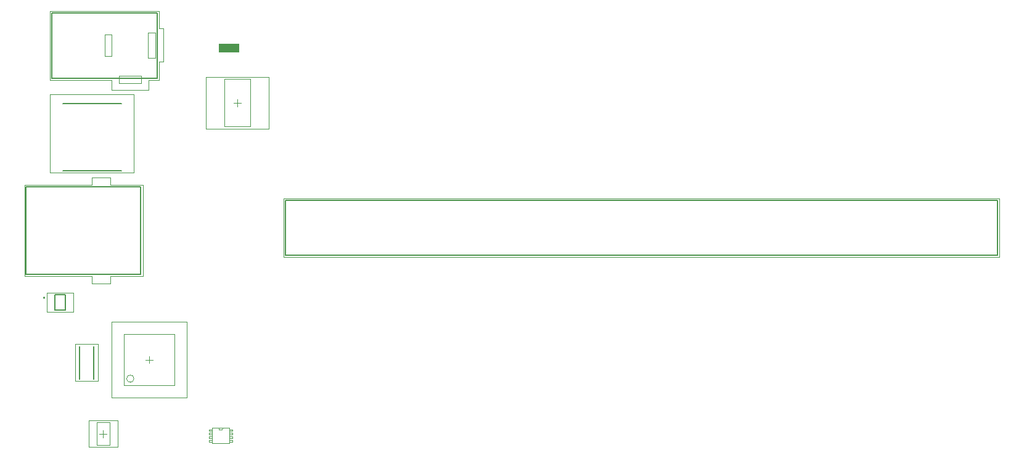
<source format=gm1>
G04*
G04 #@! TF.GenerationSoftware,Altium Limited,Altium Designer,19.1.7 (138)*
G04*
G04 Layer_Color=16711935*
%FSAX43Y43*%
%MOMM*%
G71*
G01*
G75*
%ADD14C,0.200*%
%ADD15C,0.000*%
%ADD16C,0.127*%
%ADD17C,0.100*%
%ADD19C,0.050*%
%ADD88C,0.000*%
G36*
X0055029Y0093056D02*
X0057829D01*
Y0091856D01*
X0055029D01*
Y0093056D01*
D02*
G37*
D14*
X0031112Y0058181D02*
G03*
X0031112Y0058181I-0000100J0000000D01*
G01*
D02*
G03*
X0031112Y0058181I-0000100J0000000D01*
G01*
D15*
X0054967Y0040284D02*
G03*
X0055577Y0040284I0000305J0000000D01*
G01*
X0054967D02*
G03*
X0055577Y0040284I0000305J0000000D01*
G01*
X0054078Y0038202D02*
Y0040284D01*
X0054967D01*
X0055577D01*
X0056466D01*
Y0038202D02*
Y0040284D01*
X0054078Y0038202D02*
X0056466D01*
Y0040107D02*
X0056872D01*
Y0039878D02*
Y0040107D01*
X0056466Y0039878D02*
X0056872D01*
X0056466D02*
Y0040107D01*
Y0039624D02*
X0056872D01*
Y0039370D02*
Y0039624D01*
X0056466Y0039370D02*
X0056872D01*
X0056466D02*
Y0039624D01*
Y0039116D02*
X0056872D01*
Y0038862D02*
Y0039116D01*
X0056466Y0038862D02*
X0056872D01*
X0056466D02*
Y0039116D01*
Y0038608D02*
X0056872D01*
Y0038379D02*
Y0038608D01*
X0056466Y0038379D02*
X0056872D01*
X0056466D02*
Y0038608D01*
X0053672Y0038379D02*
X0054078D01*
X0053672D02*
Y0038608D01*
X0054078D01*
Y0038379D02*
Y0038608D01*
X0053672Y0038862D02*
X0054078D01*
X0053672D02*
Y0039116D01*
X0054078D01*
Y0038862D02*
Y0039116D01*
X0053672Y0039370D02*
X0054078D01*
X0053672D02*
Y0039624D01*
X0054078D01*
Y0039370D02*
Y0039624D01*
X0053672Y0039878D02*
X0054078D01*
X0053672D02*
Y0040107D01*
X0054078D01*
Y0039878D02*
Y0040107D01*
Y0038202D02*
Y0040284D01*
X0054967D01*
X0055577D01*
X0056466D01*
Y0038202D02*
Y0040284D01*
X0054078Y0038202D02*
X0056466D01*
Y0040107D02*
X0056872D01*
Y0039878D02*
Y0040107D01*
X0056466Y0039878D02*
X0056872D01*
X0056466D02*
Y0040107D01*
Y0039624D02*
X0056872D01*
Y0039370D02*
Y0039624D01*
X0056466Y0039370D02*
X0056872D01*
X0056466D02*
Y0039624D01*
Y0039116D02*
X0056872D01*
Y0038862D02*
Y0039116D01*
X0056466Y0038862D02*
X0056872D01*
X0056466D02*
Y0039116D01*
Y0038608D02*
X0056872D01*
Y0038379D02*
Y0038608D01*
X0056466Y0038379D02*
X0056872D01*
X0056466D02*
Y0038608D01*
X0053672Y0038379D02*
X0054078D01*
X0053672D02*
Y0038608D01*
X0054078D01*
Y0038379D02*
Y0038608D01*
X0053672Y0038862D02*
X0054078D01*
X0053672D02*
Y0039116D01*
X0054078D01*
Y0038862D02*
Y0039116D01*
X0053672Y0039370D02*
X0054078D01*
X0053672D02*
Y0039624D01*
X0054078D01*
Y0039370D02*
Y0039624D01*
X0053672Y0039878D02*
X0054078D01*
X0053672D02*
Y0040107D01*
X0054078D01*
Y0039878D02*
Y0040107D01*
D16*
X0055629Y0092056D02*
X0057229D01*
X0055629Y0092856D02*
X0057229D01*
X0055629Y0092056D02*
Y0092856D01*
X0057229Y0092056D02*
Y0092856D01*
X0055629Y0092056D02*
X0057229D01*
X0055629Y0092856D02*
X0057229D01*
X0055629Y0092056D02*
Y0092856D01*
X0057229Y0092056D02*
Y0092856D01*
X0032099Y0088338D02*
X0046499D01*
X0032099D02*
Y0097338D01*
X0046499D01*
Y0088338D02*
Y0097338D01*
X0032099Y0088338D02*
X0046499D01*
X0032099D02*
Y0097338D01*
X0046499D01*
Y0088338D02*
Y0097338D01*
X0033592Y0084836D02*
X0041592D01*
X0033592Y0075626D02*
X0041592D01*
X0033592Y0084836D02*
X0041592D01*
X0033592Y0075626D02*
X0041592D01*
X0032512Y0056451D02*
Y0058611D01*
Y0056451D02*
X0033912D01*
Y0058611D01*
X0032512D02*
X0033912D01*
X0032512Y0056451D02*
Y0058611D01*
Y0056451D02*
X0033912D01*
Y0058611D01*
X0032512D02*
X0033912D01*
X0037830Y0047026D02*
Y0051526D01*
X0035830Y0047026D02*
Y0051526D01*
X0037830Y0047026D02*
Y0051526D01*
X0035830Y0047026D02*
Y0051526D01*
X0161925Y0063987D02*
Y0071527D01*
X0064135D02*
X0161925D01*
X0064135Y0063987D02*
Y0071527D01*
Y0063987D02*
X0161925D01*
Y0071527D01*
X0064135D02*
X0161925D01*
X0064135Y0063987D02*
Y0071527D01*
Y0063987D02*
X0161925D01*
X0044249Y0061402D02*
Y0073432D01*
X0028539Y0061402D02*
X0044249D01*
X0028539Y0073432D02*
X0044249D01*
X0028539Y0061402D02*
Y0073432D01*
X0044249Y0061402D02*
Y0073432D01*
X0028539Y0061402D02*
X0044249D01*
X0028539Y0073432D02*
X0044249D01*
X0028539Y0061402D02*
Y0073432D01*
D17*
X0043338Y0047071D02*
G03*
X0043338Y0047071I-0000500J0000000D01*
G01*
X0048938Y0046171D02*
Y0053171D01*
X0041938Y0046171D02*
Y0053171D01*
X0048938D01*
X0041938Y0046171D02*
X0048938D01*
X0055779Y0088238D02*
X0059329D01*
X0055779Y0081688D02*
X0059329D01*
X0055779D02*
Y0088238D01*
X0059329Y0081688D02*
Y0088238D01*
X0038216Y0037947D02*
Y0041047D01*
X0040016Y0037947D02*
Y0041047D01*
X0038216D02*
X0040016D01*
X0038216Y0037947D02*
X0040016D01*
X0044938Y0049671D02*
X0045938D01*
X0045438Y0049171D02*
Y0050171D01*
X0057554Y0084463D02*
Y0085463D01*
X0057054Y0084963D02*
X0058054D01*
X0038616Y0039497D02*
X0039616D01*
X0039116Y0038997D02*
Y0039997D01*
D19*
X0045349Y0088088D02*
X0046799D01*
X0045349Y0086738D02*
Y0088088D01*
X0040249Y0086738D02*
X0045349D01*
X0040249D02*
Y0088088D01*
X0031799D02*
X0040249D01*
X0031799D02*
Y0097588D01*
X0046799D01*
Y0095188D02*
Y0097588D01*
Y0088088D02*
Y0090588D01*
X0047349D01*
Y0095188D01*
X0046799D02*
X0047349D01*
X0031842Y0086086D02*
X0043342D01*
Y0075336D02*
Y0086086D01*
X0031842Y0075336D02*
X0043342D01*
X0031842D02*
Y0086086D01*
X0050638Y0044471D02*
Y0054871D01*
X0040238Y0044471D02*
Y0054871D01*
X0050638D01*
X0040238Y0044471D02*
X0050638D01*
X0053229Y0088513D02*
X0061879D01*
X0053229Y0081413D02*
X0061879D01*
X0053229D02*
Y0088513D01*
X0061879Y0081413D02*
Y0088513D01*
X0037116Y0037697D02*
Y0041297D01*
X0041116Y0037697D02*
Y0041297D01*
X0037116D02*
X0041116D01*
X0037116Y0037697D02*
X0041116D01*
X0038380Y0046726D02*
Y0051826D01*
X0035280Y0046726D02*
X0038380D01*
X0035280D02*
Y0051826D01*
X0038380D01*
X0162180Y0063737D02*
Y0071777D01*
X0063880D02*
X0162180D01*
X0063880Y0063737D02*
Y0071777D01*
Y0063737D02*
X0162180D01*
X0040069Y0073667D02*
X0044569D01*
X0040069D02*
Y0074667D01*
X0037569D02*
X0040069D01*
X0037569Y0073667D02*
Y0074667D01*
X0028319Y0073667D02*
X0037569D01*
X0028319Y0061167D02*
Y0073667D01*
Y0061167D02*
X0037569D01*
Y0060167D02*
Y0061167D01*
Y0060167D02*
X0040069D01*
Y0061167D01*
X0044569D01*
Y0073667D01*
X0031402Y0058861D02*
X0035022D01*
Y0056201D02*
Y0058861D01*
X0031402Y0056201D02*
X0035022D01*
X0031402D02*
Y0058861D01*
D88*
X0045299Y0094588D02*
X0046299D01*
Y0091088D02*
Y0094588D01*
X0045299Y0091088D02*
X0046299D01*
X0045299D02*
Y0094588D01*
X0039299Y0094338D02*
X0040299D01*
Y0091338D02*
Y0094338D01*
X0039299Y0091338D02*
X0040299D01*
X0039299D02*
Y0094338D01*
X0044299Y0087638D02*
Y0088638D01*
X0041299Y0087638D02*
X0044299D01*
X0041299D02*
Y0088638D01*
X0044299D01*
M02*

</source>
